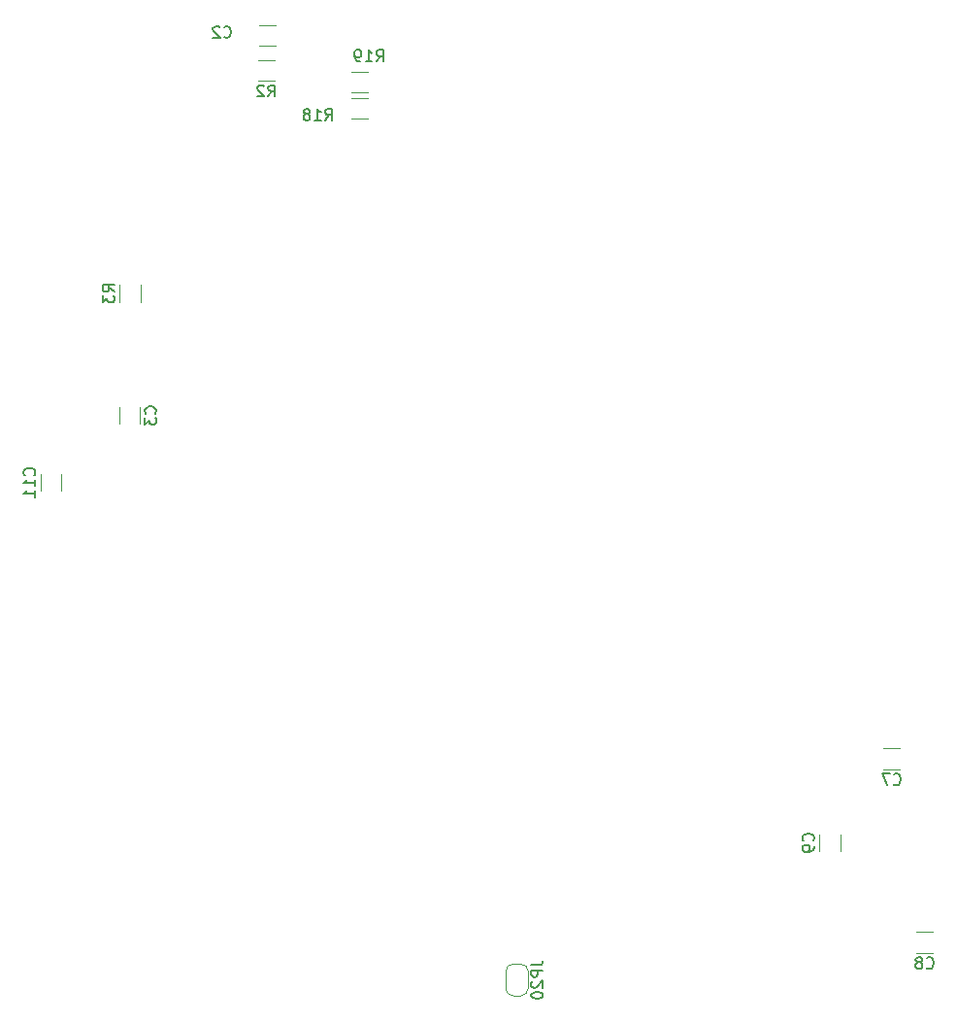
<source format=gbr>
%TF.GenerationSoftware,KiCad,Pcbnew,7.0.5-7.0.5~ubuntu20.04.1*%
%TF.CreationDate,2023-07-18T19:18:07+02:00*%
%TF.ProjectId,UC2_synertek_KTM2,5543325f-7379-46e6-9572-74656b5f4b54,rev?*%
%TF.SameCoordinates,Original*%
%TF.FileFunction,Legend,Bot*%
%TF.FilePolarity,Positive*%
%FSLAX46Y46*%
G04 Gerber Fmt 4.6, Leading zero omitted, Abs format (unit mm)*
G04 Created by KiCad (PCBNEW 7.0.5-7.0.5~ubuntu20.04.1) date 2023-07-18 19:18:07*
%MOMM*%
%LPD*%
G01*
G04 APERTURE LIST*
%ADD10C,0.150000*%
%ADD11C,0.120000*%
G04 APERTURE END LIST*
D10*
%TO.C,C11*%
X105189580Y-86430142D02*
X105237200Y-86382523D01*
X105237200Y-86382523D02*
X105284819Y-86239666D01*
X105284819Y-86239666D02*
X105284819Y-86144428D01*
X105284819Y-86144428D02*
X105237200Y-86001571D01*
X105237200Y-86001571D02*
X105141961Y-85906333D01*
X105141961Y-85906333D02*
X105046723Y-85858714D01*
X105046723Y-85858714D02*
X104856247Y-85811095D01*
X104856247Y-85811095D02*
X104713390Y-85811095D01*
X104713390Y-85811095D02*
X104522914Y-85858714D01*
X104522914Y-85858714D02*
X104427676Y-85906333D01*
X104427676Y-85906333D02*
X104332438Y-86001571D01*
X104332438Y-86001571D02*
X104284819Y-86144428D01*
X104284819Y-86144428D02*
X104284819Y-86239666D01*
X104284819Y-86239666D02*
X104332438Y-86382523D01*
X104332438Y-86382523D02*
X104380057Y-86430142D01*
X105284819Y-87382523D02*
X105284819Y-86811095D01*
X105284819Y-87096809D02*
X104284819Y-87096809D01*
X104284819Y-87096809D02*
X104427676Y-87001571D01*
X104427676Y-87001571D02*
X104522914Y-86906333D01*
X104522914Y-86906333D02*
X104570533Y-86811095D01*
X105284819Y-88334904D02*
X105284819Y-87763476D01*
X105284819Y-88049190D02*
X104284819Y-88049190D01*
X104284819Y-88049190D02*
X104427676Y-87953952D01*
X104427676Y-87953952D02*
X104522914Y-87858714D01*
X104522914Y-87858714D02*
X104570533Y-87763476D01*
%TO.C,R19*%
X135059657Y-50365819D02*
X135392990Y-49889628D01*
X135631085Y-50365819D02*
X135631085Y-49365819D01*
X135631085Y-49365819D02*
X135250133Y-49365819D01*
X135250133Y-49365819D02*
X135154895Y-49413438D01*
X135154895Y-49413438D02*
X135107276Y-49461057D01*
X135107276Y-49461057D02*
X135059657Y-49556295D01*
X135059657Y-49556295D02*
X135059657Y-49699152D01*
X135059657Y-49699152D02*
X135107276Y-49794390D01*
X135107276Y-49794390D02*
X135154895Y-49842009D01*
X135154895Y-49842009D02*
X135250133Y-49889628D01*
X135250133Y-49889628D02*
X135631085Y-49889628D01*
X134107276Y-50365819D02*
X134678704Y-50365819D01*
X134392990Y-50365819D02*
X134392990Y-49365819D01*
X134392990Y-49365819D02*
X134488228Y-49508676D01*
X134488228Y-49508676D02*
X134583466Y-49603914D01*
X134583466Y-49603914D02*
X134678704Y-49651533D01*
X133631085Y-50365819D02*
X133440609Y-50365819D01*
X133440609Y-50365819D02*
X133345371Y-50318200D01*
X133345371Y-50318200D02*
X133297752Y-50270580D01*
X133297752Y-50270580D02*
X133202514Y-50127723D01*
X133202514Y-50127723D02*
X133154895Y-49937247D01*
X133154895Y-49937247D02*
X133154895Y-49556295D01*
X133154895Y-49556295D02*
X133202514Y-49461057D01*
X133202514Y-49461057D02*
X133250133Y-49413438D01*
X133250133Y-49413438D02*
X133345371Y-49365819D01*
X133345371Y-49365819D02*
X133535847Y-49365819D01*
X133535847Y-49365819D02*
X133631085Y-49413438D01*
X133631085Y-49413438D02*
X133678704Y-49461057D01*
X133678704Y-49461057D02*
X133726323Y-49556295D01*
X133726323Y-49556295D02*
X133726323Y-49794390D01*
X133726323Y-49794390D02*
X133678704Y-49889628D01*
X133678704Y-49889628D02*
X133631085Y-49937247D01*
X133631085Y-49937247D02*
X133535847Y-49984866D01*
X133535847Y-49984866D02*
X133345371Y-49984866D01*
X133345371Y-49984866D02*
X133250133Y-49937247D01*
X133250133Y-49937247D02*
X133202514Y-49889628D01*
X133202514Y-49889628D02*
X133154895Y-49794390D01*
%TO.C,R3*%
X112187819Y-70424333D02*
X111711628Y-70091000D01*
X112187819Y-69852905D02*
X111187819Y-69852905D01*
X111187819Y-69852905D02*
X111187819Y-70233857D01*
X111187819Y-70233857D02*
X111235438Y-70329095D01*
X111235438Y-70329095D02*
X111283057Y-70376714D01*
X111283057Y-70376714D02*
X111378295Y-70424333D01*
X111378295Y-70424333D02*
X111521152Y-70424333D01*
X111521152Y-70424333D02*
X111616390Y-70376714D01*
X111616390Y-70376714D02*
X111664009Y-70329095D01*
X111664009Y-70329095D02*
X111711628Y-70233857D01*
X111711628Y-70233857D02*
X111711628Y-69852905D01*
X111187819Y-70757667D02*
X111187819Y-71376714D01*
X111187819Y-71376714D02*
X111568771Y-71043381D01*
X111568771Y-71043381D02*
X111568771Y-71186238D01*
X111568771Y-71186238D02*
X111616390Y-71281476D01*
X111616390Y-71281476D02*
X111664009Y-71329095D01*
X111664009Y-71329095D02*
X111759247Y-71376714D01*
X111759247Y-71376714D02*
X111997342Y-71376714D01*
X111997342Y-71376714D02*
X112092580Y-71329095D01*
X112092580Y-71329095D02*
X112140200Y-71281476D01*
X112140200Y-71281476D02*
X112187819Y-71186238D01*
X112187819Y-71186238D02*
X112187819Y-70900524D01*
X112187819Y-70900524D02*
X112140200Y-70805286D01*
X112140200Y-70805286D02*
X112092580Y-70757667D01*
%TO.C,C2*%
X121756466Y-48213180D02*
X121804085Y-48260800D01*
X121804085Y-48260800D02*
X121946942Y-48308419D01*
X121946942Y-48308419D02*
X122042180Y-48308419D01*
X122042180Y-48308419D02*
X122185037Y-48260800D01*
X122185037Y-48260800D02*
X122280275Y-48165561D01*
X122280275Y-48165561D02*
X122327894Y-48070323D01*
X122327894Y-48070323D02*
X122375513Y-47879847D01*
X122375513Y-47879847D02*
X122375513Y-47736990D01*
X122375513Y-47736990D02*
X122327894Y-47546514D01*
X122327894Y-47546514D02*
X122280275Y-47451276D01*
X122280275Y-47451276D02*
X122185037Y-47356038D01*
X122185037Y-47356038D02*
X122042180Y-47308419D01*
X122042180Y-47308419D02*
X121946942Y-47308419D01*
X121946942Y-47308419D02*
X121804085Y-47356038D01*
X121804085Y-47356038D02*
X121756466Y-47403657D01*
X121375513Y-47403657D02*
X121327894Y-47356038D01*
X121327894Y-47356038D02*
X121232656Y-47308419D01*
X121232656Y-47308419D02*
X120994561Y-47308419D01*
X120994561Y-47308419D02*
X120899323Y-47356038D01*
X120899323Y-47356038D02*
X120851704Y-47403657D01*
X120851704Y-47403657D02*
X120804085Y-47498895D01*
X120804085Y-47498895D02*
X120804085Y-47594133D01*
X120804085Y-47594133D02*
X120851704Y-47736990D01*
X120851704Y-47736990D02*
X121423132Y-48308419D01*
X121423132Y-48308419D02*
X120804085Y-48308419D01*
%TO.C,C7*%
X180174666Y-113345385D02*
X180222285Y-113393005D01*
X180222285Y-113393005D02*
X180365142Y-113440624D01*
X180365142Y-113440624D02*
X180460380Y-113440624D01*
X180460380Y-113440624D02*
X180603237Y-113393005D01*
X180603237Y-113393005D02*
X180698475Y-113297766D01*
X180698475Y-113297766D02*
X180746094Y-113202528D01*
X180746094Y-113202528D02*
X180793713Y-113012052D01*
X180793713Y-113012052D02*
X180793713Y-112869195D01*
X180793713Y-112869195D02*
X180746094Y-112678719D01*
X180746094Y-112678719D02*
X180698475Y-112583481D01*
X180698475Y-112583481D02*
X180603237Y-112488243D01*
X180603237Y-112488243D02*
X180460380Y-112440624D01*
X180460380Y-112440624D02*
X180365142Y-112440624D01*
X180365142Y-112440624D02*
X180222285Y-112488243D01*
X180222285Y-112488243D02*
X180174666Y-112535862D01*
X179841332Y-112440624D02*
X179174666Y-112440624D01*
X179174666Y-112440624D02*
X179603237Y-113440624D01*
%TO.C,C3*%
X115747580Y-81064333D02*
X115795200Y-81016714D01*
X115795200Y-81016714D02*
X115842819Y-80873857D01*
X115842819Y-80873857D02*
X115842819Y-80778619D01*
X115842819Y-80778619D02*
X115795200Y-80635762D01*
X115795200Y-80635762D02*
X115699961Y-80540524D01*
X115699961Y-80540524D02*
X115604723Y-80492905D01*
X115604723Y-80492905D02*
X115414247Y-80445286D01*
X115414247Y-80445286D02*
X115271390Y-80445286D01*
X115271390Y-80445286D02*
X115080914Y-80492905D01*
X115080914Y-80492905D02*
X114985676Y-80540524D01*
X114985676Y-80540524D02*
X114890438Y-80635762D01*
X114890438Y-80635762D02*
X114842819Y-80778619D01*
X114842819Y-80778619D02*
X114842819Y-80873857D01*
X114842819Y-80873857D02*
X114890438Y-81016714D01*
X114890438Y-81016714D02*
X114938057Y-81064333D01*
X114842819Y-81397667D02*
X114842819Y-82016714D01*
X114842819Y-82016714D02*
X115223771Y-81683381D01*
X115223771Y-81683381D02*
X115223771Y-81826238D01*
X115223771Y-81826238D02*
X115271390Y-81921476D01*
X115271390Y-81921476D02*
X115319009Y-81969095D01*
X115319009Y-81969095D02*
X115414247Y-82016714D01*
X115414247Y-82016714D02*
X115652342Y-82016714D01*
X115652342Y-82016714D02*
X115747580Y-81969095D01*
X115747580Y-81969095D02*
X115795200Y-81921476D01*
X115795200Y-81921476D02*
X115842819Y-81826238D01*
X115842819Y-81826238D02*
X115842819Y-81540524D01*
X115842819Y-81540524D02*
X115795200Y-81445286D01*
X115795200Y-81445286D02*
X115747580Y-81397667D01*
%TO.C,C8*%
X183046666Y-129347385D02*
X183094285Y-129395005D01*
X183094285Y-129395005D02*
X183237142Y-129442624D01*
X183237142Y-129442624D02*
X183332380Y-129442624D01*
X183332380Y-129442624D02*
X183475237Y-129395005D01*
X183475237Y-129395005D02*
X183570475Y-129299766D01*
X183570475Y-129299766D02*
X183618094Y-129204528D01*
X183618094Y-129204528D02*
X183665713Y-129014052D01*
X183665713Y-129014052D02*
X183665713Y-128871195D01*
X183665713Y-128871195D02*
X183618094Y-128680719D01*
X183618094Y-128680719D02*
X183570475Y-128585481D01*
X183570475Y-128585481D02*
X183475237Y-128490243D01*
X183475237Y-128490243D02*
X183332380Y-128442624D01*
X183332380Y-128442624D02*
X183237142Y-128442624D01*
X183237142Y-128442624D02*
X183094285Y-128490243D01*
X183094285Y-128490243D02*
X183046666Y-128537862D01*
X182475237Y-128871195D02*
X182570475Y-128823576D01*
X182570475Y-128823576D02*
X182618094Y-128775957D01*
X182618094Y-128775957D02*
X182665713Y-128680719D01*
X182665713Y-128680719D02*
X182665713Y-128633100D01*
X182665713Y-128633100D02*
X182618094Y-128537862D01*
X182618094Y-128537862D02*
X182570475Y-128490243D01*
X182570475Y-128490243D02*
X182475237Y-128442624D01*
X182475237Y-128442624D02*
X182284761Y-128442624D01*
X182284761Y-128442624D02*
X182189523Y-128490243D01*
X182189523Y-128490243D02*
X182141904Y-128537862D01*
X182141904Y-128537862D02*
X182094285Y-128633100D01*
X182094285Y-128633100D02*
X182094285Y-128680719D01*
X182094285Y-128680719D02*
X182141904Y-128775957D01*
X182141904Y-128775957D02*
X182189523Y-128823576D01*
X182189523Y-128823576D02*
X182284761Y-128871195D01*
X182284761Y-128871195D02*
X182475237Y-128871195D01*
X182475237Y-128871195D02*
X182570475Y-128918814D01*
X182570475Y-128918814D02*
X182618094Y-128966433D01*
X182618094Y-128966433D02*
X182665713Y-129061671D01*
X182665713Y-129061671D02*
X182665713Y-129252147D01*
X182665713Y-129252147D02*
X182618094Y-129347385D01*
X182618094Y-129347385D02*
X182570475Y-129395005D01*
X182570475Y-129395005D02*
X182475237Y-129442624D01*
X182475237Y-129442624D02*
X182284761Y-129442624D01*
X182284761Y-129442624D02*
X182189523Y-129395005D01*
X182189523Y-129395005D02*
X182141904Y-129347385D01*
X182141904Y-129347385D02*
X182094285Y-129252147D01*
X182094285Y-129252147D02*
X182094285Y-129061671D01*
X182094285Y-129061671D02*
X182141904Y-128966433D01*
X182141904Y-128966433D02*
X182189523Y-128918814D01*
X182189523Y-128918814D02*
X182284761Y-128871195D01*
%TO.C,R18*%
X130589257Y-55496619D02*
X130922590Y-55020428D01*
X131160685Y-55496619D02*
X131160685Y-54496619D01*
X131160685Y-54496619D02*
X130779733Y-54496619D01*
X130779733Y-54496619D02*
X130684495Y-54544238D01*
X130684495Y-54544238D02*
X130636876Y-54591857D01*
X130636876Y-54591857D02*
X130589257Y-54687095D01*
X130589257Y-54687095D02*
X130589257Y-54829952D01*
X130589257Y-54829952D02*
X130636876Y-54925190D01*
X130636876Y-54925190D02*
X130684495Y-54972809D01*
X130684495Y-54972809D02*
X130779733Y-55020428D01*
X130779733Y-55020428D02*
X131160685Y-55020428D01*
X129636876Y-55496619D02*
X130208304Y-55496619D01*
X129922590Y-55496619D02*
X129922590Y-54496619D01*
X129922590Y-54496619D02*
X130017828Y-54639476D01*
X130017828Y-54639476D02*
X130113066Y-54734714D01*
X130113066Y-54734714D02*
X130208304Y-54782333D01*
X129065447Y-54925190D02*
X129160685Y-54877571D01*
X129160685Y-54877571D02*
X129208304Y-54829952D01*
X129208304Y-54829952D02*
X129255923Y-54734714D01*
X129255923Y-54734714D02*
X129255923Y-54687095D01*
X129255923Y-54687095D02*
X129208304Y-54591857D01*
X129208304Y-54591857D02*
X129160685Y-54544238D01*
X129160685Y-54544238D02*
X129065447Y-54496619D01*
X129065447Y-54496619D02*
X128874971Y-54496619D01*
X128874971Y-54496619D02*
X128779733Y-54544238D01*
X128779733Y-54544238D02*
X128732114Y-54591857D01*
X128732114Y-54591857D02*
X128684495Y-54687095D01*
X128684495Y-54687095D02*
X128684495Y-54734714D01*
X128684495Y-54734714D02*
X128732114Y-54829952D01*
X128732114Y-54829952D02*
X128779733Y-54877571D01*
X128779733Y-54877571D02*
X128874971Y-54925190D01*
X128874971Y-54925190D02*
X129065447Y-54925190D01*
X129065447Y-54925190D02*
X129160685Y-54972809D01*
X129160685Y-54972809D02*
X129208304Y-55020428D01*
X129208304Y-55020428D02*
X129255923Y-55115666D01*
X129255923Y-55115666D02*
X129255923Y-55306142D01*
X129255923Y-55306142D02*
X129208304Y-55401380D01*
X129208304Y-55401380D02*
X129160685Y-55449000D01*
X129160685Y-55449000D02*
X129065447Y-55496619D01*
X129065447Y-55496619D02*
X128874971Y-55496619D01*
X128874971Y-55496619D02*
X128779733Y-55449000D01*
X128779733Y-55449000D02*
X128732114Y-55401380D01*
X128732114Y-55401380D02*
X128684495Y-55306142D01*
X128684495Y-55306142D02*
X128684495Y-55115666D01*
X128684495Y-55115666D02*
X128732114Y-55020428D01*
X128732114Y-55020428D02*
X128779733Y-54972809D01*
X128779733Y-54972809D02*
X128874971Y-54925190D01*
%TO.C,JP20*%
X148574819Y-129104476D02*
X149289104Y-129104476D01*
X149289104Y-129104476D02*
X149431961Y-129056857D01*
X149431961Y-129056857D02*
X149527200Y-128961619D01*
X149527200Y-128961619D02*
X149574819Y-128818762D01*
X149574819Y-128818762D02*
X149574819Y-128723524D01*
X149574819Y-129580667D02*
X148574819Y-129580667D01*
X148574819Y-129580667D02*
X148574819Y-129961619D01*
X148574819Y-129961619D02*
X148622438Y-130056857D01*
X148622438Y-130056857D02*
X148670057Y-130104476D01*
X148670057Y-130104476D02*
X148765295Y-130152095D01*
X148765295Y-130152095D02*
X148908152Y-130152095D01*
X148908152Y-130152095D02*
X149003390Y-130104476D01*
X149003390Y-130104476D02*
X149051009Y-130056857D01*
X149051009Y-130056857D02*
X149098628Y-129961619D01*
X149098628Y-129961619D02*
X149098628Y-129580667D01*
X148670057Y-130533048D02*
X148622438Y-130580667D01*
X148622438Y-130580667D02*
X148574819Y-130675905D01*
X148574819Y-130675905D02*
X148574819Y-130914000D01*
X148574819Y-130914000D02*
X148622438Y-131009238D01*
X148622438Y-131009238D02*
X148670057Y-131056857D01*
X148670057Y-131056857D02*
X148765295Y-131104476D01*
X148765295Y-131104476D02*
X148860533Y-131104476D01*
X148860533Y-131104476D02*
X149003390Y-131056857D01*
X149003390Y-131056857D02*
X149574819Y-130485429D01*
X149574819Y-130485429D02*
X149574819Y-131104476D01*
X148574819Y-131723524D02*
X148574819Y-131818762D01*
X148574819Y-131818762D02*
X148622438Y-131914000D01*
X148622438Y-131914000D02*
X148670057Y-131961619D01*
X148670057Y-131961619D02*
X148765295Y-132009238D01*
X148765295Y-132009238D02*
X148955771Y-132056857D01*
X148955771Y-132056857D02*
X149193866Y-132056857D01*
X149193866Y-132056857D02*
X149384342Y-132009238D01*
X149384342Y-132009238D02*
X149479580Y-131961619D01*
X149479580Y-131961619D02*
X149527200Y-131914000D01*
X149527200Y-131914000D02*
X149574819Y-131818762D01*
X149574819Y-131818762D02*
X149574819Y-131723524D01*
X149574819Y-131723524D02*
X149527200Y-131628286D01*
X149527200Y-131628286D02*
X149479580Y-131580667D01*
X149479580Y-131580667D02*
X149384342Y-131533048D01*
X149384342Y-131533048D02*
X149193866Y-131485429D01*
X149193866Y-131485429D02*
X148955771Y-131485429D01*
X148955771Y-131485429D02*
X148765295Y-131533048D01*
X148765295Y-131533048D02*
X148670057Y-131580667D01*
X148670057Y-131580667D02*
X148622438Y-131628286D01*
X148622438Y-131628286D02*
X148574819Y-131723524D01*
%TO.C,C9*%
X173134580Y-118286138D02*
X173182200Y-118238519D01*
X173182200Y-118238519D02*
X173229819Y-118095662D01*
X173229819Y-118095662D02*
X173229819Y-118000424D01*
X173229819Y-118000424D02*
X173182200Y-117857567D01*
X173182200Y-117857567D02*
X173086961Y-117762329D01*
X173086961Y-117762329D02*
X172991723Y-117714710D01*
X172991723Y-117714710D02*
X172801247Y-117667091D01*
X172801247Y-117667091D02*
X172658390Y-117667091D01*
X172658390Y-117667091D02*
X172467914Y-117714710D01*
X172467914Y-117714710D02*
X172372676Y-117762329D01*
X172372676Y-117762329D02*
X172277438Y-117857567D01*
X172277438Y-117857567D02*
X172229819Y-118000424D01*
X172229819Y-118000424D02*
X172229819Y-118095662D01*
X172229819Y-118095662D02*
X172277438Y-118238519D01*
X172277438Y-118238519D02*
X172325057Y-118286138D01*
X173229819Y-118762329D02*
X173229819Y-118952805D01*
X173229819Y-118952805D02*
X173182200Y-119048043D01*
X173182200Y-119048043D02*
X173134580Y-119095662D01*
X173134580Y-119095662D02*
X172991723Y-119190900D01*
X172991723Y-119190900D02*
X172801247Y-119238519D01*
X172801247Y-119238519D02*
X172420295Y-119238519D01*
X172420295Y-119238519D02*
X172325057Y-119190900D01*
X172325057Y-119190900D02*
X172277438Y-119143281D01*
X172277438Y-119143281D02*
X172229819Y-119048043D01*
X172229819Y-119048043D02*
X172229819Y-118857567D01*
X172229819Y-118857567D02*
X172277438Y-118762329D01*
X172277438Y-118762329D02*
X172325057Y-118714710D01*
X172325057Y-118714710D02*
X172420295Y-118667091D01*
X172420295Y-118667091D02*
X172658390Y-118667091D01*
X172658390Y-118667091D02*
X172753628Y-118714710D01*
X172753628Y-118714710D02*
X172801247Y-118762329D01*
X172801247Y-118762329D02*
X172848866Y-118857567D01*
X172848866Y-118857567D02*
X172848866Y-119048043D01*
X172848866Y-119048043D02*
X172801247Y-119143281D01*
X172801247Y-119143281D02*
X172753628Y-119190900D01*
X172753628Y-119190900D02*
X172658390Y-119238519D01*
%TO.C,R2*%
X125623066Y-53430419D02*
X125956399Y-52954228D01*
X126194494Y-53430419D02*
X126194494Y-52430419D01*
X126194494Y-52430419D02*
X125813542Y-52430419D01*
X125813542Y-52430419D02*
X125718304Y-52478038D01*
X125718304Y-52478038D02*
X125670685Y-52525657D01*
X125670685Y-52525657D02*
X125623066Y-52620895D01*
X125623066Y-52620895D02*
X125623066Y-52763752D01*
X125623066Y-52763752D02*
X125670685Y-52858990D01*
X125670685Y-52858990D02*
X125718304Y-52906609D01*
X125718304Y-52906609D02*
X125813542Y-52954228D01*
X125813542Y-52954228D02*
X126194494Y-52954228D01*
X125242113Y-52525657D02*
X125194494Y-52478038D01*
X125194494Y-52478038D02*
X125099256Y-52430419D01*
X125099256Y-52430419D02*
X124861161Y-52430419D01*
X124861161Y-52430419D02*
X124765923Y-52478038D01*
X124765923Y-52478038D02*
X124718304Y-52525657D01*
X124718304Y-52525657D02*
X124670685Y-52620895D01*
X124670685Y-52620895D02*
X124670685Y-52716133D01*
X124670685Y-52716133D02*
X124718304Y-52858990D01*
X124718304Y-52858990D02*
X125289732Y-53430419D01*
X125289732Y-53430419D02*
X124670685Y-53430419D01*
D11*
%TO.C,C11*%
X107590000Y-86361748D02*
X107590000Y-87784252D01*
X105770000Y-86361748D02*
X105770000Y-87784252D01*
%TO.C,R19*%
X132857336Y-51261600D02*
X134311464Y-51261600D01*
X132857336Y-53081600D02*
X134311464Y-53081600D01*
%TO.C,R3*%
X114463000Y-69863936D02*
X114463000Y-71318064D01*
X112643000Y-69863936D02*
X112643000Y-71318064D01*
%TO.C,C2*%
X124820148Y-47197600D02*
X126242652Y-47197600D01*
X124820148Y-49017600D02*
X126242652Y-49017600D01*
%TO.C,C7*%
X179296748Y-110225805D02*
X180719252Y-110225805D01*
X179296748Y-112045805D02*
X180719252Y-112045805D01*
%TO.C,C3*%
X112628000Y-81942252D02*
X112628000Y-80519748D01*
X114448000Y-81942252D02*
X114448000Y-80519748D01*
%TO.C,C8*%
X182168748Y-126227805D02*
X183591252Y-126227805D01*
X182168748Y-128047805D02*
X183591252Y-128047805D01*
%TO.C,R18*%
X132857336Y-53547600D02*
X134311464Y-53547600D01*
X132857336Y-55367600D02*
X134311464Y-55367600D01*
%TO.C,JP20*%
X147020000Y-131814000D02*
X147620000Y-131814000D01*
X148320000Y-131114000D02*
X148320000Y-129714000D01*
X146320000Y-129714000D02*
X146320000Y-131114000D01*
X147620000Y-129014000D02*
X147020000Y-129014000D01*
X146320000Y-131114000D02*
G75*
G03*
X147020000Y-131814000I699999J-1D01*
G01*
X147620000Y-131814000D02*
G75*
G03*
X148320000Y-131114000I1J699999D01*
G01*
X147020000Y-129014000D02*
G75*
G03*
X146320000Y-129714000I0J-700000D01*
G01*
X148320000Y-129714000D02*
G75*
G03*
X147620000Y-129014000I-700000J0D01*
G01*
%TO.C,C9*%
X175535000Y-117741553D02*
X175535000Y-119164057D01*
X173715000Y-117741553D02*
X173715000Y-119164057D01*
%TO.C,R2*%
X124729336Y-50245600D02*
X126183464Y-50245600D01*
X124729336Y-52065600D02*
X126183464Y-52065600D01*
%TD*%
M02*

</source>
